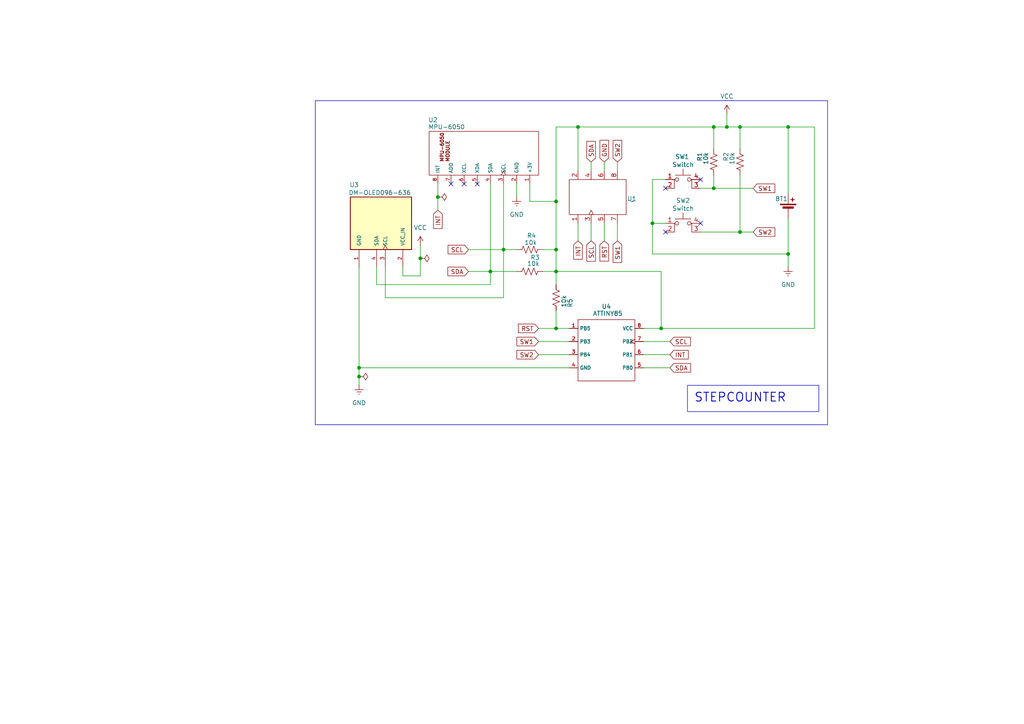
<source format=kicad_sch>
(kicad_sch
	(version 20231120)
	(generator "eeschema")
	(generator_version "8.0")
	(uuid "80d87d16-e1a5-4883-a140-39101cce6f8a")
	(paper "A4")
	(lib_symbols
		(symbol "ATTINY85:ATTINY85-DIP8"
			(exclude_from_sim no)
			(in_bom yes)
			(on_board yes)
			(property "Reference" "U"
				(at 0 0 0)
				(effects
					(font
						(size 1.27 1.27)
					)
				)
			)
			(property "Value" ""
				(at 0 0 0)
				(effects
					(font
						(size 1.27 1.27)
					)
				)
			)
			(property "Footprint" ""
				(at 0 0 0)
				(effects
					(font
						(size 1.27 1.27)
					)
					(hide yes)
				)
			)
			(property "Datasheet" ""
				(at 0 0 0)
				(effects
					(font
						(size 1.27 1.27)
					)
					(hide yes)
				)
			)
			(property "Description" ""
				(at 0 0 0)
				(effects
					(font
						(size 1.27 1.27)
					)
					(hide yes)
				)
			)
			(symbol "ATTINY85-DIP8_0_1"
				(rectangle
					(start -50.8 38.1)
					(end -34.29 20.32)
					(stroke
						(width 0)
						(type default)
					)
					(fill
						(type none)
					)
				)
			)
			(symbol "ATTINY85-DIP8_1_1"
				(pin input line
					(at -53.34 35.56 0)
					(length 2.54)
					(name "PB5"
						(effects
							(font
								(size 1.016 1.016)
							)
						)
					)
					(number "1"
						(effects
							(font
								(size 1.016 1.016)
							)
						)
					)
				)
				(pin input line
					(at -53.34 31.75 0)
					(length 2.54)
					(name "PB3"
						(effects
							(font
								(size 1.016 1.016)
							)
						)
					)
					(number "2"
						(effects
							(font
								(size 1.016 1.016)
							)
						)
					)
				)
				(pin input line
					(at -53.34 27.94 0)
					(length 2.54)
					(name "PB4"
						(effects
							(font
								(size 1.016 1.016)
							)
						)
					)
					(number "3"
						(effects
							(font
								(size 1.016 1.016)
							)
						)
					)
				)
				(pin input line
					(at -53.34 24.13 0)
					(length 2.54)
					(name "GND"
						(effects
							(font
								(size 1.016 1.016)
							)
						)
					)
					(number "4"
						(effects
							(font
								(size 1.016 1.016)
							)
						)
					)
				)
				(pin input line
					(at -31.75 24.13 180)
					(length 2.54)
					(name "PB0"
						(effects
							(font
								(size 1.016 1.016)
							)
						)
					)
					(number "5"
						(effects
							(font
								(size 1.016 1.016)
							)
						)
					)
				)
				(pin input line
					(at -31.75 27.94 180)
					(length 2.54)
					(name "PB1"
						(effects
							(font
								(size 1.016 1.016)
							)
						)
					)
					(number "6"
						(effects
							(font
								(size 1.016 1.016)
							)
						)
					)
				)
				(pin input clock
					(at -31.75 31.75 180)
					(length 2.54)
					(name "PB2"
						(effects
							(font
								(size 1.016 1.016)
							)
						)
					)
					(number "7"
						(effects
							(font
								(size 1.016 1.016)
							)
						)
					)
				)
				(pin input line
					(at -31.75 35.56 180)
					(length 2.54)
					(name "VCC"
						(effects
							(font
								(size 1.016 1.016)
							)
						)
					)
					(number "8"
						(effects
							(font
								(size 1.016 1.016)
							)
						)
					)
				)
			)
		)
		(symbol "Device:Battery_Cell"
			(pin_numbers hide)
			(pin_names
				(offset 0) hide)
			(exclude_from_sim no)
			(in_bom yes)
			(on_board yes)
			(property "Reference" "BT"
				(at 2.54 2.54 0)
				(effects
					(font
						(size 1.27 1.27)
					)
					(justify left)
				)
			)
			(property "Value" "Battery_Cell"
				(at 2.54 0 0)
				(effects
					(font
						(size 1.27 1.27)
					)
					(justify left)
				)
			)
			(property "Footprint" ""
				(at 0 1.524 90)
				(effects
					(font
						(size 1.27 1.27)
					)
					(hide yes)
				)
			)
			(property "Datasheet" "~"
				(at 0 1.524 90)
				(effects
					(font
						(size 1.27 1.27)
					)
					(hide yes)
				)
			)
			(property "Description" "Single-cell battery"
				(at 0 0 0)
				(effects
					(font
						(size 1.27 1.27)
					)
					(hide yes)
				)
			)
			(property "ki_keywords" "battery cell"
				(at 0 0 0)
				(effects
					(font
						(size 1.27 1.27)
					)
					(hide yes)
				)
			)
			(symbol "Battery_Cell_0_1"
				(rectangle
					(start -2.286 1.778)
					(end 2.286 1.524)
					(stroke
						(width 0)
						(type default)
					)
					(fill
						(type outline)
					)
				)
				(rectangle
					(start -1.524 1.016)
					(end 1.524 0.508)
					(stroke
						(width 0)
						(type default)
					)
					(fill
						(type outline)
					)
				)
				(polyline
					(pts
						(xy 0 0.762) (xy 0 0)
					)
					(stroke
						(width 0)
						(type default)
					)
					(fill
						(type none)
					)
				)
				(polyline
					(pts
						(xy 0 1.778) (xy 0 2.54)
					)
					(stroke
						(width 0)
						(type default)
					)
					(fill
						(type none)
					)
				)
				(polyline
					(pts
						(xy 0.762 3.048) (xy 1.778 3.048)
					)
					(stroke
						(width 0.254)
						(type default)
					)
					(fill
						(type none)
					)
				)
				(polyline
					(pts
						(xy 1.27 3.556) (xy 1.27 2.54)
					)
					(stroke
						(width 0.254)
						(type default)
					)
					(fill
						(type none)
					)
				)
			)
			(symbol "Battery_Cell_1_1"
				(pin passive line
					(at 0 5.08 270)
					(length 2.54)
					(name "+"
						(effects
							(font
								(size 1.27 1.27)
							)
						)
					)
					(number "1"
						(effects
							(font
								(size 1.27 1.27)
							)
						)
					)
				)
				(pin passive line
					(at 0 -2.54 90)
					(length 2.54)
					(name "-"
						(effects
							(font
								(size 1.27 1.27)
							)
						)
					)
					(number "2"
						(effects
							(font
								(size 1.27 1.27)
							)
						)
					)
				)
			)
		)
		(symbol "Device:R_US"
			(pin_numbers hide)
			(pin_names
				(offset 0)
			)
			(exclude_from_sim no)
			(in_bom yes)
			(on_board yes)
			(property "Reference" "R"
				(at 2.54 0 90)
				(effects
					(font
						(size 1.27 1.27)
					)
				)
			)
			(property "Value" "R_US"
				(at -2.54 0 90)
				(effects
					(font
						(size 1.27 1.27)
					)
				)
			)
			(property "Footprint" ""
				(at 1.016 -0.254 90)
				(effects
					(font
						(size 1.27 1.27)
					)
					(hide yes)
				)
			)
			(property "Datasheet" "~"
				(at 0 0 0)
				(effects
					(font
						(size 1.27 1.27)
					)
					(hide yes)
				)
			)
			(property "Description" "Resistor, US symbol"
				(at 0 0 0)
				(effects
					(font
						(size 1.27 1.27)
					)
					(hide yes)
				)
			)
			(property "ki_keywords" "R res resistor"
				(at 0 0 0)
				(effects
					(font
						(size 1.27 1.27)
					)
					(hide yes)
				)
			)
			(property "ki_fp_filters" "R_*"
				(at 0 0 0)
				(effects
					(font
						(size 1.27 1.27)
					)
					(hide yes)
				)
			)
			(symbol "R_US_0_1"
				(polyline
					(pts
						(xy 0 -2.286) (xy 0 -2.54)
					)
					(stroke
						(width 0)
						(type default)
					)
					(fill
						(type none)
					)
				)
				(polyline
					(pts
						(xy 0 2.286) (xy 0 2.54)
					)
					(stroke
						(width 0)
						(type default)
					)
					(fill
						(type none)
					)
				)
				(polyline
					(pts
						(xy 0 -0.762) (xy 1.016 -1.143) (xy 0 -1.524) (xy -1.016 -1.905) (xy 0 -2.286)
					)
					(stroke
						(width 0)
						(type default)
					)
					(fill
						(type none)
					)
				)
				(polyline
					(pts
						(xy 0 0.762) (xy 1.016 0.381) (xy 0 0) (xy -1.016 -0.381) (xy 0 -0.762)
					)
					(stroke
						(width 0)
						(type default)
					)
					(fill
						(type none)
					)
				)
				(polyline
					(pts
						(xy 0 2.286) (xy 1.016 1.905) (xy 0 1.524) (xy -1.016 1.143) (xy 0 0.762)
					)
					(stroke
						(width 0)
						(type default)
					)
					(fill
						(type none)
					)
				)
			)
			(symbol "R_US_1_1"
				(pin passive line
					(at 0 3.81 270)
					(length 1.27)
					(name "~"
						(effects
							(font
								(size 1.27 1.27)
							)
						)
					)
					(number "1"
						(effects
							(font
								(size 1.27 1.27)
							)
						)
					)
				)
				(pin passive line
					(at 0 -3.81 90)
					(length 1.27)
					(name "~"
						(effects
							(font
								(size 1.27 1.27)
							)
						)
					)
					(number "2"
						(effects
							(font
								(size 1.27 1.27)
							)
						)
					)
				)
			)
		)
		(symbol "OLED_DISPLAY:DM-OLED096-636"
			(pin_names
				(offset 1.016)
			)
			(exclude_from_sim no)
			(in_bom yes)
			(on_board yes)
			(property "Reference" "U"
				(at -7.62 10.922 0)
				(effects
					(font
						(size 1.27 1.27)
					)
					(justify left bottom)
				)
			)
			(property "Value" "DM-OLED096-636"
				(at -7.62 -10.16 0)
				(effects
					(font
						(size 1.27 1.27)
					)
					(justify left bottom)
				)
			)
			(property "Footprint" "DM-OLED096-636:MODULE_DM-OLED096-636"
				(at 0 0 0)
				(effects
					(font
						(size 1.27 1.27)
					)
					(justify bottom)
					(hide yes)
				)
			)
			(property "Datasheet" ""
				(at 0 0 0)
				(effects
					(font
						(size 1.27 1.27)
					)
					(hide yes)
				)
			)
			(property "Description" ""
				(at 0 0 0)
				(effects
					(font
						(size 1.27 1.27)
					)
					(hide yes)
				)
			)
			(property "MF" "Display Module"
				(at 0 0 0)
				(effects
					(font
						(size 1.27 1.27)
					)
					(justify bottom)
					(hide yes)
				)
			)
			(property "MAXIMUM_PACKAGE_HEIGHT" "11.3 mm"
				(at 0 0 0)
				(effects
					(font
						(size 1.27 1.27)
					)
					(justify bottom)
					(hide yes)
				)
			)
			(property "Package" "Package"
				(at 0 0 0)
				(effects
					(font
						(size 1.27 1.27)
					)
					(justify bottom)
					(hide yes)
				)
			)
			(property "Price" "None"
				(at 0 0 0)
				(effects
					(font
						(size 1.27 1.27)
					)
					(justify bottom)
					(hide yes)
				)
			)
			(property "Check_prices" "https://www.snapeda.com/parts/DM-OLED096-636/Display+Module/view-part/?ref=eda"
				(at 0 0 0)
				(effects
					(font
						(size 1.27 1.27)
					)
					(justify bottom)
					(hide yes)
				)
			)
			(property "STANDARD" "Manufacturer Recommendations"
				(at 0 0 0)
				(effects
					(font
						(size 1.27 1.27)
					)
					(justify bottom)
					(hide yes)
				)
			)
			(property "PARTREV" "2018-09-10"
				(at 0 0 0)
				(effects
					(font
						(size 1.27 1.27)
					)
					(justify bottom)
					(hide yes)
				)
			)
			(property "SnapEDA_Link" "https://www.snapeda.com/parts/DM-OLED096-636/Display+Module/view-part/?ref=snap"
				(at 0 0 0)
				(effects
					(font
						(size 1.27 1.27)
					)
					(justify bottom)
					(hide yes)
				)
			)
			(property "MP" "DM-OLED096-636"
				(at 0 0 0)
				(effects
					(font
						(size 1.27 1.27)
					)
					(justify bottom)
					(hide yes)
				)
			)
			(property "Description_1" "\n0.96” 128 X 64 MONOCHROME GRAPHIC OLED DISPLAY MODULE - I2C\n"
				(at 0 0 0)
				(effects
					(font
						(size 1.27 1.27)
					)
					(justify bottom)
					(hide yes)
				)
			)
			(property "Availability" "Not in stock"
				(at 0 0 0)
				(effects
					(font
						(size 1.27 1.27)
					)
					(justify bottom)
					(hide yes)
				)
			)
			(property "MANUFACTURER" "Displaymodule"
				(at 0 0 0)
				(effects
					(font
						(size 1.27 1.27)
					)
					(justify bottom)
					(hide yes)
				)
			)
			(symbol "DM-OLED096-636_0_0"
				(rectangle
					(start -7.62 -7.62)
					(end 7.62 10.16)
					(stroke
						(width 0.254)
						(type default)
					)
					(fill
						(type background)
					)
				)
				(pin power_in line
					(at 12.7 -5.08 180)
					(length 5.08)
					(name "GND"
						(effects
							(font
								(size 1.016 1.016)
							)
						)
					)
					(number "1"
						(effects
							(font
								(size 1.016 1.016)
							)
						)
					)
				)
				(pin power_in line
					(at 12.7 7.62 180)
					(length 5.08)
					(name "VCC_IN"
						(effects
							(font
								(size 1.016 1.016)
							)
						)
					)
					(number "2"
						(effects
							(font
								(size 1.016 1.016)
							)
						)
					)
				)
				(pin input clock
					(at 12.7 2.54 180)
					(length 5.08)
					(name "SCL"
						(effects
							(font
								(size 1.016 1.016)
							)
						)
					)
					(number "3"
						(effects
							(font
								(size 1.016 1.016)
							)
						)
					)
				)
				(pin bidirectional line
					(at 12.7 0 180)
					(length 5.08)
					(name "SDA"
						(effects
							(font
								(size 1.016 1.016)
							)
						)
					)
					(number "4"
						(effects
							(font
								(size 1.016 1.016)
							)
						)
					)
				)
			)
		)
		(symbol "PROJECT_MPU-6050:PROJECT_MPU-6050"
			(exclude_from_sim no)
			(in_bom yes)
			(on_board yes)
			(property "Reference" "U"
				(at 0 0 0)
				(effects
					(font
						(size 1.27 1.27)
					)
				)
			)
			(property "Value" ""
				(at 0 0 0)
				(effects
					(font
						(size 1.27 1.27)
					)
				)
			)
			(property "Footprint" ""
				(at 0 0 0)
				(effects
					(font
						(size 1.27 1.27)
					)
					(hide yes)
				)
			)
			(property "Datasheet" ""
				(at 0 0 0)
				(effects
					(font
						(size 1.27 1.27)
					)
					(hide yes)
				)
			)
			(property "Description" ""
				(at 0 0 0)
				(effects
					(font
						(size 1.27 1.27)
					)
					(hide yes)
				)
			)
			(symbol "PROJECT_MPU-6050_0_1"
				(rectangle
					(start 12.7 39.37)
					(end 25.4 7.62)
					(stroke
						(width 0)
						(type default)
					)
					(fill
						(type none)
					)
				)
			)
			(symbol "PROJECT_MPU-6050_1_1"
				(text "MPU-6050\nMODULE"
					(at 16.51 34.798 0)
					(effects
						(font
							(size 1.016 1.016)
							(bold yes)
						)
						(justify left)
					)
				)
				(pin input line
					(at 10.16 10.16 0)
					(length 2.54)
					(name "+3V"
						(effects
							(font
								(size 1.016 1.016)
							)
						)
					)
					(number "1"
						(effects
							(font
								(size 1.016 1.016)
							)
						)
					)
				)
				(pin input line
					(at 10.16 13.97 0)
					(length 2.54)
					(name "GND"
						(effects
							(font
								(size 1.016 1.016)
							)
						)
					)
					(number "2"
						(effects
							(font
								(size 1.016 1.016)
							)
						)
					)
				)
				(pin input clock
					(at 10.16 17.78 0)
					(length 2.54)
					(name "SCL"
						(effects
							(font
								(size 1.016 1.016)
							)
						)
					)
					(number "3"
						(effects
							(font
								(size 1.016 1.016)
							)
						)
					)
				)
				(pin input line
					(at 10.16 21.59 0)
					(length 2.54)
					(name "SDA"
						(effects
							(font
								(size 1.016 1.016)
							)
						)
					)
					(number "4"
						(effects
							(font
								(size 1.016 1.016)
							)
						)
					)
				)
				(pin input line
					(at 10.16 25.4 0)
					(length 2.54)
					(name "XDA"
						(effects
							(font
								(size 1.016 1.016)
							)
						)
					)
					(number "5"
						(effects
							(font
								(size 1.016 1.016)
							)
						)
					)
				)
				(pin input line
					(at 10.16 29.21 0)
					(length 2.54)
					(name "XCL"
						(effects
							(font
								(size 1.016 1.016)
							)
						)
					)
					(number "6"
						(effects
							(font
								(size 1.016 1.016)
							)
						)
					)
				)
				(pin input line
					(at 10.16 33.02 0)
					(length 2.54)
					(name "ADO"
						(effects
							(font
								(size 1.016 1.016)
							)
						)
					)
					(number "7"
						(effects
							(font
								(size 1.016 1.016)
							)
						)
					)
				)
				(pin input line
					(at 10.16 36.83 0)
					(length 2.54)
					(name "INT"
						(effects
							(font
								(size 1.016 1.016)
							)
						)
					)
					(number "8"
						(effects
							(font
								(size 1.016 1.016)
							)
						)
					)
				)
			)
		)
		(symbol "Project_Header:Header"
			(exclude_from_sim no)
			(in_bom yes)
			(on_board yes)
			(property "Reference" "U"
				(at 0 0 0)
				(effects
					(font
						(size 1.27 1.27)
					)
				)
			)
			(property "Value" ""
				(at 0 0 0)
				(effects
					(font
						(size 1.27 1.27)
					)
				)
			)
			(property "Footprint" ""
				(at 0 0 0)
				(effects
					(font
						(size 1.27 1.27)
					)
					(hide yes)
				)
			)
			(property "Datasheet" ""
				(at 0 0 0)
				(effects
					(font
						(size 1.27 1.27)
					)
					(hide yes)
				)
			)
			(property "Description" ""
				(at 0 0 0)
				(effects
					(font
						(size 1.27 1.27)
					)
					(hide yes)
				)
			)
			(symbol "Header_0_1"
				(rectangle
					(start -38.1 38.1)
					(end -27.94 21.59)
					(stroke
						(width 0)
						(type default)
					)
					(fill
						(type none)
					)
				)
			)
			(symbol "Header_1_1"
				(pin input line
					(at -40.64 35.56 0)
					(length 2.54)
					(name ""
						(effects
							(font
								(size 1.27 1.27)
							)
						)
					)
					(number "1"
						(effects
							(font
								(size 1.27 1.27)
							)
						)
					)
				)
				(pin input line
					(at -25.4 35.56 180)
					(length 2.54)
					(name ""
						(effects
							(font
								(size 1.27 1.27)
							)
						)
					)
					(number "2"
						(effects
							(font
								(size 1.27 1.27)
							)
						)
					)
				)
				(pin input clock
					(at -40.64 31.75 0)
					(length 2.54)
					(name ""
						(effects
							(font
								(size 1.27 1.27)
							)
						)
					)
					(number "3"
						(effects
							(font
								(size 1.27 1.27)
							)
						)
					)
				)
				(pin input line
					(at -25.4 31.75 180)
					(length 2.54)
					(name ""
						(effects
							(font
								(size 1.27 1.27)
							)
						)
					)
					(number "4"
						(effects
							(font
								(size 1.27 1.27)
							)
						)
					)
				)
				(pin input line
					(at -40.64 27.94 0)
					(length 2.54)
					(name ""
						(effects
							(font
								(size 1.27 1.27)
							)
						)
					)
					(number "5"
						(effects
							(font
								(size 1.27 1.27)
							)
						)
					)
				)
				(pin input line
					(at -25.4 27.94 180)
					(length 2.54)
					(name ""
						(effects
							(font
								(size 1.27 1.27)
							)
						)
					)
					(number "6"
						(effects
							(font
								(size 1.27 1.27)
							)
						)
					)
				)
				(pin input line
					(at -40.64 24.13 0)
					(length 2.54)
					(name ""
						(effects
							(font
								(size 1.27 1.27)
							)
						)
					)
					(number "7"
						(effects
							(font
								(size 1.27 1.27)
							)
						)
					)
				)
				(pin input line
					(at -25.4 24.13 180)
					(length 2.54)
					(name ""
						(effects
							(font
								(size 1.27 1.27)
							)
						)
					)
					(number "8"
						(effects
							(font
								(size 1.27 1.27)
							)
						)
					)
				)
			)
		)
		(symbol "Switch:SW_MEC_5E"
			(pin_names
				(offset 1.016) hide)
			(exclude_from_sim no)
			(in_bom yes)
			(on_board yes)
			(property "Reference" "SW"
				(at 0.635 5.715 0)
				(effects
					(font
						(size 1.27 1.27)
					)
					(justify left)
				)
			)
			(property "Value" "SW_MEC_5E"
				(at 0 -3.175 0)
				(effects
					(font
						(size 1.27 1.27)
					)
				)
			)
			(property "Footprint" ""
				(at 0 7.62 0)
				(effects
					(font
						(size 1.27 1.27)
					)
					(hide yes)
				)
			)
			(property "Datasheet" "http://www.apem.com/int/index.php?controller=attachment&id_attachment=1371"
				(at 0 7.62 0)
				(effects
					(font
						(size 1.27 1.27)
					)
					(hide yes)
				)
			)
			(property "Description" "MEC 5E single pole normally-open tactile switch"
				(at 0 0 0)
				(effects
					(font
						(size 1.27 1.27)
					)
					(hide yes)
				)
			)
			(property "ki_keywords" "switch normally-open pushbutton push-button"
				(at 0 0 0)
				(effects
					(font
						(size 1.27 1.27)
					)
					(hide yes)
				)
			)
			(property "ki_fp_filters" "SW*MEC*5G*"
				(at 0 0 0)
				(effects
					(font
						(size 1.27 1.27)
					)
					(hide yes)
				)
			)
			(symbol "SW_MEC_5E_0_1"
				(circle
					(center -1.778 2.54)
					(radius 0.508)
					(stroke
						(width 0)
						(type default)
					)
					(fill
						(type none)
					)
				)
				(polyline
					(pts
						(xy -2.286 3.81) (xy 2.286 3.81)
					)
					(stroke
						(width 0)
						(type default)
					)
					(fill
						(type none)
					)
				)
				(polyline
					(pts
						(xy 0 3.81) (xy 0 5.588)
					)
					(stroke
						(width 0)
						(type default)
					)
					(fill
						(type none)
					)
				)
				(polyline
					(pts
						(xy -2.54 0) (xy -2.54 2.54) (xy -2.286 2.54)
					)
					(stroke
						(width 0)
						(type default)
					)
					(fill
						(type none)
					)
				)
				(polyline
					(pts
						(xy 2.54 0) (xy 2.54 2.54) (xy 2.286 2.54)
					)
					(stroke
						(width 0)
						(type default)
					)
					(fill
						(type none)
					)
				)
				(circle
					(center 1.778 2.54)
					(radius 0.508)
					(stroke
						(width 0)
						(type default)
					)
					(fill
						(type none)
					)
				)
				(pin passive line
					(at -5.08 2.54 0)
					(length 2.54)
					(name "1"
						(effects
							(font
								(size 1.27 1.27)
							)
						)
					)
					(number "1"
						(effects
							(font
								(size 1.27 1.27)
							)
						)
					)
				)
				(pin passive line
					(at -5.08 0 0)
					(length 2.54)
					(name "2"
						(effects
							(font
								(size 1.27 1.27)
							)
						)
					)
					(number "2"
						(effects
							(font
								(size 1.27 1.27)
							)
						)
					)
				)
				(pin passive line
					(at 5.08 0 180)
					(length 2.54)
					(name "K"
						(effects
							(font
								(size 1.27 1.27)
							)
						)
					)
					(number "3"
						(effects
							(font
								(size 1.27 1.27)
							)
						)
					)
				)
				(pin passive line
					(at 5.08 2.54 180)
					(length 2.54)
					(name "A"
						(effects
							(font
								(size 1.27 1.27)
							)
						)
					)
					(number "4"
						(effects
							(font
								(size 1.27 1.27)
							)
						)
					)
				)
			)
		)
		(symbol "power:Earth"
			(power)
			(pin_numbers hide)
			(pin_names
				(offset 0) hide)
			(exclude_from_sim no)
			(in_bom yes)
			(on_board yes)
			(property "Reference" "#PWR"
				(at 0 -6.35 0)
				(effects
					(font
						(size 1.27 1.27)
					)
					(hide yes)
				)
			)
			(property "Value" "Earth"
				(at 0 -3.81 0)
				(effects
					(font
						(size 1.27 1.27)
					)
				)
			)
			(property "Footprint" ""
				(at 0 0 0)
				(effects
					(font
						(size 1.27 1.27)
					)
					(hide yes)
				)
			)
			(property "Datasheet" "~"
				(at 0 0 0)
				(effects
					(font
						(size 1.27 1.27)
					)
					(hide yes)
				)
			)
			(property "Description" "Power symbol creates a global label with name \"Earth\""
				(at 0 0 0)
				(effects
					(font
						(size 1.27 1.27)
					)
					(hide yes)
				)
			)
			(property "ki_keywords" "global ground gnd"
				(at 0 0 0)
				(effects
					(font
						(size 1.27 1.27)
					)
					(hide yes)
				)
			)
			(symbol "Earth_0_1"
				(polyline
					(pts
						(xy -0.635 -1.905) (xy 0.635 -1.905)
					)
					(stroke
						(width 0)
						(type default)
					)
					(fill
						(type none)
					)
				)
				(polyline
					(pts
						(xy -0.127 -2.54) (xy 0.127 -2.54)
					)
					(stroke
						(width 0)
						(type default)
					)
					(fill
						(type none)
					)
				)
				(polyline
					(pts
						(xy 0 -1.27) (xy 0 0)
					)
					(stroke
						(width 0)
						(type default)
					)
					(fill
						(type none)
					)
				)
				(polyline
					(pts
						(xy 1.27 -1.27) (xy -1.27 -1.27)
					)
					(stroke
						(width 0)
						(type default)
					)
					(fill
						(type none)
					)
				)
			)
			(symbol "Earth_1_1"
				(pin power_in line
					(at 0 0 270)
					(length 0)
					(name "~"
						(effects
							(font
								(size 1.27 1.27)
							)
						)
					)
					(number "1"
						(effects
							(font
								(size 1.27 1.27)
							)
						)
					)
				)
			)
		)
		(symbol "power:PWR_FLAG"
			(power)
			(pin_numbers hide)
			(pin_names
				(offset 0) hide)
			(exclude_from_sim no)
			(in_bom yes)
			(on_board yes)
			(property "Reference" "#FLG"
				(at 0 1.905 0)
				(effects
					(font
						(size 1.27 1.27)
					)
					(hide yes)
				)
			)
			(property "Value" "PWR_FLAG"
				(at 0 3.81 0)
				(effects
					(font
						(size 1.27 1.27)
					)
				)
			)
			(property "Footprint" ""
				(at 0 0 0)
				(effects
					(font
						(size 1.27 1.27)
					)
					(hide yes)
				)
			)
			(property "Datasheet" "~"
				(at 0 0 0)
				(effects
					(font
						(size 1.27 1.27)
					)
					(hide yes)
				)
			)
			(property "Description" "Special symbol for telling ERC where power comes from"
				(at 0 0 0)
				(effects
					(font
						(size 1.27 1.27)
					)
					(hide yes)
				)
			)
			(property "ki_keywords" "flag power"
				(at 0 0 0)
				(effects
					(font
						(size 1.27 1.27)
					)
					(hide yes)
				)
			)
			(symbol "PWR_FLAG_0_0"
				(pin power_out line
					(at 0 0 90)
					(length 0)
					(name "~"
						(effects
							(font
								(size 1.27 1.27)
							)
						)
					)
					(number "1"
						(effects
							(font
								(size 1.27 1.27)
							)
						)
					)
				)
			)
			(symbol "PWR_FLAG_0_1"
				(polyline
					(pts
						(xy 0 0) (xy 0 1.27) (xy -1.016 1.905) (xy 0 2.54) (xy 1.016 1.905) (xy 0 1.27)
					)
					(stroke
						(width 0)
						(type default)
					)
					(fill
						(type none)
					)
				)
			)
		)
		(symbol "power:VCC"
			(power)
			(pin_numbers hide)
			(pin_names
				(offset 0) hide)
			(exclude_from_sim no)
			(in_bom yes)
			(on_board yes)
			(property "Reference" "#PWR"
				(at 0 -3.81 0)
				(effects
					(font
						(size 1.27 1.27)
					)
					(hide yes)
				)
			)
			(property "Value" "VCC"
				(at 0 3.556 0)
				(effects
					(font
						(size 1.27 1.27)
					)
				)
			)
			(property "Footprint" ""
				(at 0 0 0)
				(effects
					(font
						(size 1.27 1.27)
					)
					(hide yes)
				)
			)
			(property "Datasheet" ""
				(at 0 0 0)
				(effects
					(font
						(size 1.27 1.27)
					)
					(hide yes)
				)
			)
			(property "Description" "Power symbol creates a global label with name \"VCC\""
				(at 0 0 0)
				(effects
					(font
						(size 1.27 1.27)
					)
					(hide yes)
				)
			)
			(property "ki_keywords" "global power"
				(at 0 0 0)
				(effects
					(font
						(size 1.27 1.27)
					)
					(hide yes)
				)
			)
			(symbol "VCC_0_1"
				(polyline
					(pts
						(xy -0.762 1.27) (xy 0 2.54)
					)
					(stroke
						(width 0)
						(type default)
					)
					(fill
						(type none)
					)
				)
				(polyline
					(pts
						(xy 0 0) (xy 0 2.54)
					)
					(stroke
						(width 0)
						(type default)
					)
					(fill
						(type none)
					)
				)
				(polyline
					(pts
						(xy 0 2.54) (xy 0.762 1.27)
					)
					(stroke
						(width 0)
						(type default)
					)
					(fill
						(type none)
					)
				)
			)
			(symbol "VCC_1_1"
				(pin power_in line
					(at 0 0 90)
					(length 0)
					(name "~"
						(effects
							(font
								(size 1.27 1.27)
							)
						)
					)
					(number "1"
						(effects
							(font
								(size 1.27 1.27)
							)
						)
					)
				)
			)
		)
	)
	(junction
		(at 121.92 74.93)
		(diameter 0)
		(color 0 0 0 0)
		(uuid "035a07b5-1bf7-4a27-a3e8-abf48c4d1d1d")
	)
	(junction
		(at 127 57.15)
		(diameter 0)
		(color 0 0 0 0)
		(uuid "0b2ed3b3-16ae-4f34-9052-a178144b1189")
	)
	(junction
		(at 167.64 36.83)
		(diameter 0)
		(color 0 0 0 0)
		(uuid "0e127bdf-ec69-4b90-a11d-ccd315c169af")
	)
	(junction
		(at 207.01 54.61)
		(diameter 0)
		(color 0 0 0 0)
		(uuid "12965f57-3b2f-41fc-9fa0-0e5c4d647249")
	)
	(junction
		(at 207.01 36.83)
		(diameter 0)
		(color 0 0 0 0)
		(uuid "195e6a11-ae61-4399-a597-e8f7d506312f")
	)
	(junction
		(at 189.23 64.77)
		(diameter 0)
		(color 0 0 0 0)
		(uuid "241107de-e886-4158-9e15-b1fa72cc3d44")
	)
	(junction
		(at 142.24 78.74)
		(diameter 0)
		(color 0 0 0 0)
		(uuid "25b4e7c1-14e2-4f9a-b7cb-34b8d5baf3d0")
	)
	(junction
		(at 210.82 36.83)
		(diameter 0)
		(color 0 0 0 0)
		(uuid "3cb7e4de-72f1-48c9-9823-eb8a36971b08")
	)
	(junction
		(at 228.6 36.83)
		(diameter 0)
		(color 0 0 0 0)
		(uuid "4368a3d2-459c-4061-97d9-1eedd4a5688f")
	)
	(junction
		(at 214.63 67.31)
		(diameter 0)
		(color 0 0 0 0)
		(uuid "6b5262bb-dc81-44f8-9a6d-47134eef9b5b")
	)
	(junction
		(at 104.14 109.22)
		(diameter 0)
		(color 0 0 0 0)
		(uuid "6c0229ec-e6ed-46f9-a3a9-33f07ba5e8a4")
	)
	(junction
		(at 161.29 95.25)
		(diameter 0)
		(color 0 0 0 0)
		(uuid "6d696ef2-8e62-4707-8b3d-30d1929c765a")
	)
	(junction
		(at 161.29 78.74)
		(diameter 0)
		(color 0 0 0 0)
		(uuid "74c4ff28-a5fc-4d50-9df5-1d3c43e67ab3")
	)
	(junction
		(at 228.6 73.66)
		(diameter 0)
		(color 0 0 0 0)
		(uuid "967d7224-93d2-4036-90ba-548db2693a9e")
	)
	(junction
		(at 214.63 36.83)
		(diameter 0)
		(color 0 0 0 0)
		(uuid "995699b0-1d55-4f25-a68f-65fe6a167010")
	)
	(junction
		(at 161.29 58.42)
		(diameter 0)
		(color 0 0 0 0)
		(uuid "ab8f9d64-605d-41e3-aa96-9f15008b495b")
	)
	(junction
		(at 104.14 106.68)
		(diameter 0)
		(color 0 0 0 0)
		(uuid "ade9ed1d-8d10-4d26-9e23-6a633a2738aa")
	)
	(junction
		(at 191.77 95.25)
		(diameter 0)
		(color 0 0 0 0)
		(uuid "b1b5de82-1704-4caa-b328-4bcfe84e77de")
	)
	(junction
		(at 161.29 72.39)
		(diameter 0)
		(color 0 0 0 0)
		(uuid "ba829f9d-676f-4d15-86ed-d6400657f6fe")
	)
	(junction
		(at 146.05 72.39)
		(diameter 0)
		(color 0 0 0 0)
		(uuid "ee80de0b-885b-42a2-ba87-e4ff0990626d")
	)
	(no_connect
		(at 203.2 52.07)
		(uuid "194c3a3e-2175-406c-9c85-ade23addc36f")
	)
	(no_connect
		(at 138.43 53.34)
		(uuid "3ce6a598-aca0-4cd1-8ffa-49387b27ca0a")
	)
	(no_connect
		(at 203.2 64.77)
		(uuid "3f359735-e256-4535-9fec-db2617c1fa33")
	)
	(no_connect
		(at 134.62 53.34)
		(uuid "5da6c293-a26e-4efd-9ce2-e9495379f391")
	)
	(no_connect
		(at 193.04 54.61)
		(uuid "631bc3de-234f-46a1-9393-bfe53731cc80")
	)
	(no_connect
		(at 130.81 53.34)
		(uuid "7305b429-1ef3-436d-aa9f-dc54a288041d")
	)
	(no_connect
		(at 193.04 67.31)
		(uuid "80e87aa1-18f6-4798-aed7-5871ae77d7f0")
	)
	(wire
		(pts
			(xy 161.29 72.39) (xy 161.29 78.74)
		)
		(stroke
			(width 0)
			(type default)
		)
		(uuid "01874ed4-49c0-416d-a06e-ce226ef333c5")
	)
	(wire
		(pts
			(xy 127 53.34) (xy 127 57.15)
		)
		(stroke
			(width 0)
			(type default)
		)
		(uuid "01d56ddc-156d-4fd9-8e39-f8d7266dbe65")
	)
	(wire
		(pts
			(xy 179.07 64.77) (xy 179.07 69.85)
		)
		(stroke
			(width 0)
			(type default)
		)
		(uuid "03afa7b7-16d2-4656-90d2-af9723118de8")
	)
	(wire
		(pts
			(xy 207.01 36.83) (xy 207.01 43.18)
		)
		(stroke
			(width 0)
			(type default)
		)
		(uuid "04858f61-5d81-4839-a503-a72223a1f866")
	)
	(wire
		(pts
			(xy 146.05 72.39) (xy 146.05 86.36)
		)
		(stroke
			(width 0)
			(type default)
		)
		(uuid "08ea5509-d5b8-4586-85fe-a5969d7c2004")
	)
	(wire
		(pts
			(xy 207.01 36.83) (xy 210.82 36.83)
		)
		(stroke
			(width 0)
			(type default)
		)
		(uuid "0ce300ba-b95c-428e-949b-35436587d7ba")
	)
	(wire
		(pts
			(xy 161.29 95.25) (xy 165.1 95.25)
		)
		(stroke
			(width 0)
			(type default)
		)
		(uuid "0d7b0e31-db36-41f8-8283-1cd18895678a")
	)
	(wire
		(pts
			(xy 116.84 80.01) (xy 121.92 80.01)
		)
		(stroke
			(width 0)
			(type default)
		)
		(uuid "160e0f02-9fd4-4a06-91ce-09651ebc809b")
	)
	(wire
		(pts
			(xy 189.23 73.66) (xy 228.6 73.66)
		)
		(stroke
			(width 0)
			(type default)
		)
		(uuid "1d3a0f50-1f27-412a-b3bd-c888f00faddd")
	)
	(wire
		(pts
			(xy 175.26 64.77) (xy 175.26 69.85)
		)
		(stroke
			(width 0)
			(type default)
		)
		(uuid "212bb11d-412a-4b84-9817-7e9cda41cf6d")
	)
	(wire
		(pts
			(xy 214.63 36.83) (xy 214.63 43.18)
		)
		(stroke
			(width 0)
			(type default)
		)
		(uuid "21ee0808-172f-409a-a558-ad58a434f2cb")
	)
	(wire
		(pts
			(xy 121.92 80.01) (xy 121.92 74.93)
		)
		(stroke
			(width 0)
			(type default)
		)
		(uuid "2303e269-4bf8-4e4a-ba8c-b056c6cfd2f4")
	)
	(wire
		(pts
			(xy 161.29 78.74) (xy 161.29 82.55)
		)
		(stroke
			(width 0)
			(type default)
		)
		(uuid "2d1cc134-8fef-4e06-8688-9d3d5dd70bf4")
	)
	(wire
		(pts
			(xy 175.26 46.99) (xy 175.26 49.53)
		)
		(stroke
			(width 0)
			(type default)
		)
		(uuid "3865b821-e11a-4c8f-8c95-14381bdab109")
	)
	(wire
		(pts
			(xy 214.63 67.31) (xy 218.44 67.31)
		)
		(stroke
			(width 0)
			(type default)
		)
		(uuid "39128f7c-e9a9-428a-ac1c-07092aa1669c")
	)
	(wire
		(pts
			(xy 191.77 78.74) (xy 191.77 95.25)
		)
		(stroke
			(width 0)
			(type default)
		)
		(uuid "395dedad-7b48-481d-adbb-c08a511dc4d5")
	)
	(wire
		(pts
			(xy 146.05 86.36) (xy 111.76 86.36)
		)
		(stroke
			(width 0)
			(type default)
		)
		(uuid "3ef5fdf8-6bc4-4b99-a99e-c006fb418928")
	)
	(wire
		(pts
			(xy 228.6 36.83) (xy 236.22 36.83)
		)
		(stroke
			(width 0)
			(type default)
		)
		(uuid "41448682-1541-45cf-85d3-7670b4a2332c")
	)
	(wire
		(pts
			(xy 111.76 86.36) (xy 111.76 77.47)
		)
		(stroke
			(width 0)
			(type default)
		)
		(uuid "431332c8-5073-42d2-b34f-0cfca95aba4a")
	)
	(wire
		(pts
			(xy 153.67 53.34) (xy 153.67 58.42)
		)
		(stroke
			(width 0)
			(type default)
		)
		(uuid "47e1235b-cfa4-4b03-848f-06548fdd1ff6")
	)
	(wire
		(pts
			(xy 153.67 58.42) (xy 161.29 58.42)
		)
		(stroke
			(width 0)
			(type default)
		)
		(uuid "4b463fee-0dfd-4146-a87e-470ad7098650")
	)
	(wire
		(pts
			(xy 186.69 102.87) (xy 194.31 102.87)
		)
		(stroke
			(width 0)
			(type default)
		)
		(uuid "4fbb506b-3e87-4a1e-8cb8-ee8b3058b60b")
	)
	(wire
		(pts
			(xy 186.69 99.06) (xy 194.31 99.06)
		)
		(stroke
			(width 0)
			(type default)
		)
		(uuid "51c4c74d-b573-4893-a461-3bae320d30ee")
	)
	(wire
		(pts
			(xy 157.48 78.74) (xy 161.29 78.74)
		)
		(stroke
			(width 0)
			(type default)
		)
		(uuid "534ad6b2-00ad-4f81-959e-c515be679c69")
	)
	(wire
		(pts
			(xy 214.63 50.8) (xy 214.63 67.31)
		)
		(stroke
			(width 0)
			(type default)
		)
		(uuid "53ba9075-c72b-4485-ae37-c8b48ace57d1")
	)
	(wire
		(pts
			(xy 193.04 52.07) (xy 189.23 52.07)
		)
		(stroke
			(width 0)
			(type default)
		)
		(uuid "544d8407-e919-47b8-9d5b-ef54f1e8ac9e")
	)
	(wire
		(pts
			(xy 207.01 54.61) (xy 218.44 54.61)
		)
		(stroke
			(width 0)
			(type default)
		)
		(uuid "54c44e50-f6a1-45e0-84ff-db3a62345ae8")
	)
	(wire
		(pts
			(xy 121.92 74.93) (xy 121.92 71.12)
		)
		(stroke
			(width 0)
			(type default)
		)
		(uuid "5755b194-70a0-42bb-8c93-d087ce166f44")
	)
	(wire
		(pts
			(xy 203.2 67.31) (xy 214.63 67.31)
		)
		(stroke
			(width 0)
			(type default)
		)
		(uuid "6005a6aa-b358-41b7-b2b2-f0b5234e853d")
	)
	(wire
		(pts
			(xy 228.6 73.66) (xy 228.6 77.47)
		)
		(stroke
			(width 0)
			(type default)
		)
		(uuid "62fd3a92-b0e0-40cd-9ce9-1a3850c7203b")
	)
	(wire
		(pts
			(xy 161.29 72.39) (xy 161.29 58.42)
		)
		(stroke
			(width 0)
			(type default)
		)
		(uuid "67d6152c-5c32-40a6-8fc2-0e90ca9cd119")
	)
	(wire
		(pts
			(xy 104.14 109.22) (xy 104.14 111.76)
		)
		(stroke
			(width 0)
			(type default)
		)
		(uuid "682497d8-1800-4a72-9d32-53aac3fe7a20")
	)
	(wire
		(pts
			(xy 167.64 36.83) (xy 167.64 49.53)
		)
		(stroke
			(width 0)
			(type default)
		)
		(uuid "6cf1a15b-c8a5-4743-a11a-19c084561851")
	)
	(wire
		(pts
			(xy 142.24 82.55) (xy 109.22 82.55)
		)
		(stroke
			(width 0)
			(type default)
		)
		(uuid "6d9acf38-d718-452f-8393-e9e961cb605c")
	)
	(wire
		(pts
			(xy 157.48 72.39) (xy 161.29 72.39)
		)
		(stroke
			(width 0)
			(type default)
		)
		(uuid "6e23f029-2396-4e0e-a0f8-71ce7e1de9c7")
	)
	(wire
		(pts
			(xy 156.21 99.06) (xy 165.1 99.06)
		)
		(stroke
			(width 0)
			(type default)
		)
		(uuid "710600a5-68f4-4126-a791-40d339c61738")
	)
	(wire
		(pts
			(xy 236.22 36.83) (xy 236.22 95.25)
		)
		(stroke
			(width 0)
			(type default)
		)
		(uuid "726609d2-0602-4f54-b04b-4d72fcde7b2d")
	)
	(wire
		(pts
			(xy 146.05 53.34) (xy 146.05 72.39)
		)
		(stroke
			(width 0)
			(type default)
		)
		(uuid "72692735-e5e3-48d6-b610-0ad56df4c391")
	)
	(wire
		(pts
			(xy 189.23 64.77) (xy 193.04 64.77)
		)
		(stroke
			(width 0)
			(type default)
		)
		(uuid "73d691f8-1c9e-41f1-ada0-69536a01367f")
	)
	(wire
		(pts
			(xy 104.14 106.68) (xy 165.1 106.68)
		)
		(stroke
			(width 0)
			(type default)
		)
		(uuid "73e77fc5-b44a-47a9-89df-37dcc75c506c")
	)
	(wire
		(pts
			(xy 207.01 50.8) (xy 207.01 54.61)
		)
		(stroke
			(width 0)
			(type default)
		)
		(uuid "772b85da-242d-45ba-80df-0fc09399a987")
	)
	(wire
		(pts
			(xy 189.23 64.77) (xy 189.23 73.66)
		)
		(stroke
			(width 0)
			(type default)
		)
		(uuid "7bd6a18f-022b-48f7-9ae6-b53f87df5f9d")
	)
	(wire
		(pts
			(xy 228.6 36.83) (xy 228.6 55.88)
		)
		(stroke
			(width 0)
			(type default)
		)
		(uuid "911e7281-f472-4447-aba8-8957429b717a")
	)
	(wire
		(pts
			(xy 161.29 36.83) (xy 167.64 36.83)
		)
		(stroke
			(width 0)
			(type default)
		)
		(uuid "961f40dc-20d3-459f-89a1-03cda31bb475")
	)
	(wire
		(pts
			(xy 161.29 90.17) (xy 161.29 95.25)
		)
		(stroke
			(width 0)
			(type default)
		)
		(uuid "972b7355-2eb3-4401-aeea-5b32871d6b28")
	)
	(wire
		(pts
			(xy 191.77 95.25) (xy 186.69 95.25)
		)
		(stroke
			(width 0)
			(type default)
		)
		(uuid "98cd9d02-74af-44af-92e0-6cb9beb7f970")
	)
	(wire
		(pts
			(xy 135.89 78.74) (xy 142.24 78.74)
		)
		(stroke
			(width 0)
			(type default)
		)
		(uuid "9a0f7c68-7af2-47ce-9e65-e0a34d82d91a")
	)
	(wire
		(pts
			(xy 116.84 77.47) (xy 116.84 80.01)
		)
		(stroke
			(width 0)
			(type default)
		)
		(uuid "a1d8fd57-9c46-4f6e-a313-0d2705e0ec02")
	)
	(wire
		(pts
			(xy 104.14 106.68) (xy 104.14 109.22)
		)
		(stroke
			(width 0)
			(type default)
		)
		(uuid "a8257e72-b7ff-422f-afc8-56561d57e458")
	)
	(wire
		(pts
			(xy 142.24 78.74) (xy 142.24 82.55)
		)
		(stroke
			(width 0)
			(type default)
		)
		(uuid "abb61b28-2f6e-4d7c-b51c-9f5ddf029e5d")
	)
	(wire
		(pts
			(xy 214.63 36.83) (xy 228.6 36.83)
		)
		(stroke
			(width 0)
			(type default)
		)
		(uuid "adaae11c-fe0a-48e2-8ec8-b0e46c4e6c30")
	)
	(wire
		(pts
			(xy 210.82 36.83) (xy 214.63 36.83)
		)
		(stroke
			(width 0)
			(type default)
		)
		(uuid "b527aebe-a1c9-416c-99f3-f6f391513db6")
	)
	(wire
		(pts
			(xy 228.6 63.5) (xy 228.6 73.66)
		)
		(stroke
			(width 0)
			(type default)
		)
		(uuid "b64f72f3-ef1d-4bfa-bf56-541ed0fe79d9")
	)
	(wire
		(pts
			(xy 210.82 33.02) (xy 210.82 36.83)
		)
		(stroke
			(width 0)
			(type default)
		)
		(uuid "bb77f8d8-9fe1-4da9-8285-b37d87474773")
	)
	(wire
		(pts
			(xy 142.24 53.34) (xy 142.24 78.74)
		)
		(stroke
			(width 0)
			(type default)
		)
		(uuid "bb804033-d1f4-40c9-8336-ee941e5165de")
	)
	(wire
		(pts
			(xy 127 57.15) (xy 127 60.96)
		)
		(stroke
			(width 0)
			(type default)
		)
		(uuid "bc543991-71ba-45f5-b7d1-9ed19519c1ad")
	)
	(wire
		(pts
			(xy 167.64 36.83) (xy 207.01 36.83)
		)
		(stroke
			(width 0)
			(type default)
		)
		(uuid "c837a256-de99-4586-bb8c-595b46ac8508")
	)
	(wire
		(pts
			(xy 135.89 72.39) (xy 146.05 72.39)
		)
		(stroke
			(width 0)
			(type default)
		)
		(uuid "c8b754e0-9a76-46f0-9cfd-0276edba5842")
	)
	(wire
		(pts
			(xy 186.69 106.68) (xy 194.31 106.68)
		)
		(stroke
			(width 0)
			(type default)
		)
		(uuid "cdce6e3f-8d24-438f-8539-44d7de03ec24")
	)
	(wire
		(pts
			(xy 146.05 72.39) (xy 149.86 72.39)
		)
		(stroke
			(width 0)
			(type default)
		)
		(uuid "cffdb002-97c1-444b-80d8-e7c858b8817e")
	)
	(wire
		(pts
			(xy 167.64 64.77) (xy 167.64 69.85)
		)
		(stroke
			(width 0)
			(type default)
		)
		(uuid "d0ab5f89-8d3d-4d2f-9f91-ad91078c8e4b")
	)
	(wire
		(pts
			(xy 203.2 54.61) (xy 207.01 54.61)
		)
		(stroke
			(width 0)
			(type default)
		)
		(uuid "d0b874d5-671c-4854-b969-1beb7faffeff")
	)
	(wire
		(pts
			(xy 104.14 77.47) (xy 104.14 106.68)
		)
		(stroke
			(width 0)
			(type default)
		)
		(uuid "d0ddcfb0-aa15-4930-9691-17c6be6e1b90")
	)
	(wire
		(pts
			(xy 156.21 95.25) (xy 161.29 95.25)
		)
		(stroke
			(width 0)
			(type default)
		)
		(uuid "d0eb1721-3fa6-45f7-9544-f745b278eccc")
	)
	(wire
		(pts
			(xy 161.29 58.42) (xy 161.29 36.83)
		)
		(stroke
			(width 0)
			(type default)
		)
		(uuid "d2159e3a-9b3d-481d-a003-ffeb4d74de44")
	)
	(wire
		(pts
			(xy 156.21 102.87) (xy 165.1 102.87)
		)
		(stroke
			(width 0)
			(type default)
		)
		(uuid "d48707f6-b800-423d-a296-c4f2d9689b13")
	)
	(wire
		(pts
			(xy 236.22 95.25) (xy 191.77 95.25)
		)
		(stroke
			(width 0)
			(type default)
		)
		(uuid "d78f8ae8-28e2-4eb6-a51a-73ced650a350")
	)
	(wire
		(pts
			(xy 109.22 82.55) (xy 109.22 77.47)
		)
		(stroke
			(width 0)
			(type default)
		)
		(uuid "da926600-ea1e-47b3-8fa5-9ad3b904eceb")
	)
	(wire
		(pts
			(xy 142.24 78.74) (xy 149.86 78.74)
		)
		(stroke
			(width 0)
			(type default)
		)
		(uuid "e3344c71-64c5-4d42-a190-e1773417568f")
	)
	(wire
		(pts
			(xy 189.23 52.07) (xy 189.23 64.77)
		)
		(stroke
			(width 0)
			(type default)
		)
		(uuid "e6638350-5c0b-4e40-8f47-794b96032aa0")
	)
	(wire
		(pts
			(xy 149.86 53.34) (xy 149.86 57.15)
		)
		(stroke
			(width 0)
			(type default)
		)
		(uuid "e8e0d935-0b3c-4729-a497-006ba2dc9ae5")
	)
	(wire
		(pts
			(xy 171.45 64.77) (xy 171.45 69.85)
		)
		(stroke
			(width 0)
			(type default)
		)
		(uuid "ea239acb-6318-4431-8891-1bc2d2722663")
	)
	(wire
		(pts
			(xy 161.29 78.74) (xy 191.77 78.74)
		)
		(stroke
			(width 0)
			(type default)
		)
		(uuid "ec5f88bb-f73d-4bb1-b793-5f07c1491a1e")
	)
	(wire
		(pts
			(xy 179.07 46.99) (xy 179.07 49.53)
		)
		(stroke
			(width 0)
			(type default)
		)
		(uuid "f0e44b09-746b-46b8-b857-610c42f15771")
	)
	(wire
		(pts
			(xy 171.45 46.99) (xy 171.45 49.53)
		)
		(stroke
			(width 0)
			(type default)
		)
		(uuid "f0f91019-f54c-4ede-9b84-ef86446109f3")
	)
	(rectangle
		(start 91.44 29.21)
		(end 240.03 123.19)
		(stroke
			(width 0)
			(type default)
		)
		(fill
			(type none)
		)
		(uuid de8a8b2e-ff8d-4816-a94b-d42dee892162)
	)
	(text_box "STEPCOUNTER "
		(exclude_from_sim no)
		(at 199.39 111.76 0)
		(size 38.1 7.62)
		(stroke
			(width 0)
			(type default)
		)
		(fill
			(type none)
		)
		(effects
			(font
				(size 2.54 2.54)
				(thickness 0.254)
				(bold yes)
			)
			(justify left top)
		)
		(uuid "69e525bd-d1a6-4608-9d40-a1b12905d626")
	)
	(global_label "RST"
		(shape input)
		(at 156.21 95.25 180)
		(fields_autoplaced yes)
		(effects
			(font
				(size 1.27 1.27)
			)
			(justify right)
		)
		(uuid "1d2ed8c2-0dfe-4e22-8e3c-8e1447a678f9")
		(property "Intersheetrefs" "${INTERSHEET_REFS}"
			(at 149.7777 95.25 0)
			(effects
				(font
					(size 1.27 1.27)
				)
				(justify right)
				(hide yes)
			)
		)
	)
	(global_label "INT"
		(shape input)
		(at 194.31 102.87 0)
		(fields_autoplaced yes)
		(effects
			(font
				(size 1.27 1.27)
			)
			(justify left)
		)
		(uuid "232e5040-7c8c-4e3e-bb9b-309e4bac8daa")
		(property "Intersheetrefs" "${INTERSHEET_REFS}"
			(at 200.1981 102.87 0)
			(effects
				(font
					(size 1.27 1.27)
				)
				(justify left)
				(hide yes)
			)
		)
	)
	(global_label "SDA"
		(shape input)
		(at 194.31 106.68 0)
		(fields_autoplaced yes)
		(effects
			(font
				(size 1.27 1.27)
			)
			(justify left)
		)
		(uuid "26e95e4b-9458-437f-afb7-32e7fbcdda58")
		(property "Intersheetrefs" "${INTERSHEET_REFS}"
			(at 200.8633 106.68 0)
			(effects
				(font
					(size 1.27 1.27)
				)
				(justify left)
				(hide yes)
			)
		)
	)
	(global_label "SW2"
		(shape input)
		(at 179.07 46.99 90)
		(fields_autoplaced yes)
		(effects
			(font
				(size 1.27 1.27)
			)
			(justify left)
		)
		(uuid "33846208-c7a4-4690-a016-748c9ab09751")
		(property "Intersheetrefs" "${INTERSHEET_REFS}"
			(at 179.07 40.1344 90)
			(effects
				(font
					(size 1.27 1.27)
				)
				(justify left)
				(hide yes)
			)
		)
	)
	(global_label "SDA"
		(shape input)
		(at 171.45 46.99 90)
		(fields_autoplaced yes)
		(effects
			(font
				(size 1.27 1.27)
			)
			(justify left)
		)
		(uuid "5a1dee40-ff71-4919-b521-752d58aaab07")
		(property "Intersheetrefs" "${INTERSHEET_REFS}"
			(at 171.45 40.4367 90)
			(effects
				(font
					(size 1.27 1.27)
				)
				(justify left)
				(hide yes)
			)
		)
	)
	(global_label "SCL"
		(shape input)
		(at 171.45 69.85 270)
		(fields_autoplaced yes)
		(effects
			(font
				(size 1.27 1.27)
			)
			(justify right)
		)
		(uuid "630993c3-2252-4197-8157-498beb10f17b")
		(property "Intersheetrefs" "${INTERSHEET_REFS}"
			(at 171.45 76.3428 90)
			(effects
				(font
					(size 1.27 1.27)
				)
				(justify right)
				(hide yes)
			)
		)
	)
	(global_label "SW1"
		(shape input)
		(at 218.44 54.61 0)
		(fields_autoplaced yes)
		(effects
			(font
				(size 1.27 1.27)
			)
			(justify left)
		)
		(uuid "6f4c71fc-0525-444a-b245-98da4387b272")
		(property "Intersheetrefs" "${INTERSHEET_REFS}"
			(at 225.2956 54.61 0)
			(effects
				(font
					(size 1.27 1.27)
				)
				(justify left)
				(hide yes)
			)
		)
	)
	(global_label "INT"
		(shape input)
		(at 167.64 69.85 270)
		(fields_autoplaced yes)
		(effects
			(font
				(size 1.27 1.27)
			)
			(justify right)
		)
		(uuid "8c1acf88-3d5b-49a9-9a8e-fbb0fc172437")
		(property "Intersheetrefs" "${INTERSHEET_REFS}"
			(at 167.64 75.7381 90)
			(effects
				(font
					(size 1.27 1.27)
				)
				(justify right)
				(hide yes)
			)
		)
	)
	(global_label "RST"
		(shape input)
		(at 175.26 69.85 270)
		(fields_autoplaced yes)
		(effects
			(font
				(size 1.27 1.27)
			)
			(justify right)
		)
		(uuid "a03ec2b6-7026-4e7c-a5f9-26bcf1f0770b")
		(property "Intersheetrefs" "${INTERSHEET_REFS}"
			(at 175.26 76.2823 90)
			(effects
				(font
					(size 1.27 1.27)
				)
				(justify right)
				(hide yes)
			)
		)
	)
	(global_label "SCL"
		(shape input)
		(at 194.31 99.06 0)
		(fields_autoplaced yes)
		(effects
			(font
				(size 1.27 1.27)
			)
			(justify left)
		)
		(uuid "a1a0b2d7-3dae-4ee5-a326-046c126fff65")
		(property "Intersheetrefs" "${INTERSHEET_REFS}"
			(at 200.8028 99.06 0)
			(effects
				(font
					(size 1.27 1.27)
				)
				(justify left)
				(hide yes)
			)
		)
	)
	(global_label "SDA"
		(shape input)
		(at 135.89 78.74 180)
		(fields_autoplaced yes)
		(effects
			(font
				(size 1.27 1.27)
			)
			(justify right)
		)
		(uuid "a69562ce-2de1-49ff-a6a9-88bdd7767ca8")
		(property "Intersheetrefs" "${INTERSHEET_REFS}"
			(at 129.3367 78.74 0)
			(effects
				(font
					(size 1.27 1.27)
				)
				(justify right)
				(hide yes)
			)
		)
	)
	(global_label "SW2"
		(shape input)
		(at 218.44 67.31 0)
		(fields_autoplaced yes)
		(effects
			(font
				(size 1.27 1.27)
			)
			(justify left)
		)
		(uuid "b21aa7a3-8be0-4053-a5b6-435759b7bd42")
		(property "Intersheetrefs" "${INTERSHEET_REFS}"
			(at 225.2956 67.31 0)
			(effects
				(font
					(size 1.27 1.27)
				)
				(justify left)
				(hide yes)
			)
		)
	)
	(global_label "GND"
		(shape input)
		(at 175.26 46.99 90)
		(fields_autoplaced yes)
		(effects
			(font
				(size 1.27 1.27)
			)
			(justify left)
		)
		(uuid "dd43ffba-366d-47cb-88c5-95823780f1f4")
		(property "Intersheetrefs" "${INTERSHEET_REFS}"
			(at 175.26 40.1343 90)
			(effects
				(font
					(size 1.27 1.27)
				)
				(justify left)
				(hide yes)
			)
		)
	)
	(global_label "SW1"
		(shape input)
		(at 179.07 69.85 270)
		(fields_autoplaced yes)
		(effects
			(font
				(size 1.27 1.27)
			)
			(justify right)
		)
		(uuid "e26dda6f-0d86-464e-8f41-5b0e0015b95b")
		(property "Intersheetrefs" "${INTERSHEET_REFS}"
			(at 179.07 76.7056 90)
			(effects
				(font
					(size 1.27 1.27)
				)
				(justify right)
				(hide yes)
			)
		)
	)
	(global_label "INT"
		(shape input)
		(at 127 60.96 270)
		(fields_autoplaced yes)
		(effects
			(font
				(size 1.27 1.27)
			)
			(justify right)
		)
		(uuid "e709e830-cae1-4627-bd46-ed27bb9653b7")
		(property "Intersheetrefs" "${INTERSHEET_REFS}"
			(at 127 66.8481 90)
			(effects
				(font
					(size 1.27 1.27)
				)
				(justify right)
				(hide yes)
			)
		)
	)
	(global_label "SW2"
		(shape input)
		(at 156.21 102.87 180)
		(fields_autoplaced yes)
		(effects
			(font
				(size 1.27 1.27)
			)
			(justify right)
		)
		(uuid "eef026c6-83c6-42cf-8d35-f4c93c13e5a2")
		(property "Intersheetrefs" "${INTERSHEET_REFS}"
			(at 149.3544 102.87 0)
			(effects
				(font
					(size 1.27 1.27)
				)
				(justify right)
				(hide yes)
			)
		)
	)
	(global_label "SCL"
		(shape input)
		(at 135.89 72.39 180)
		(fields_autoplaced yes)
		(effects
			(font
				(size 1.27 1.27)
			)
			(justify right)
		)
		(uuid "f2efc922-2c9e-4b0a-8b9a-01c041bd58e0")
		(property "Intersheetrefs" "${INTERSHEET_REFS}"
			(at 129.3972 72.39 0)
			(effects
				(font
					(size 1.27 1.27)
				)
				(justify right)
				(hide yes)
			)
		)
	)
	(global_label "SW1"
		(shape input)
		(at 156.21 99.06 180)
		(fields_autoplaced yes)
		(effects
			(font
				(size 1.27 1.27)
			)
			(justify right)
		)
		(uuid "f30d373a-1ae0-48ca-acde-e53eda6a7337")
		(property "Intersheetrefs" "${INTERSHEET_REFS}"
			(at 149.3544 99.06 0)
			(effects
				(font
					(size 1.27 1.27)
				)
				(justify right)
				(hide yes)
			)
		)
	)
	(symbol
		(lib_id "power:VCC")
		(at 210.82 33.02 0)
		(unit 1)
		(exclude_from_sim no)
		(in_bom yes)
		(on_board yes)
		(dnp no)
		(fields_autoplaced yes)
		(uuid "054f1990-0cd4-48ae-9a28-df27d64213a7")
		(property "Reference" "#PWR05"
			(at 210.82 36.83 0)
			(effects
				(font
					(size 1.27 1.27)
				)
				(hide yes)
			)
		)
		(property "Value" "VCC"
			(at 210.82 27.94 0)
			(effects
				(font
					(size 1.27 1.27)
				)
			)
		)
		(property "Footprint" ""
			(at 210.82 33.02 0)
			(effects
				(font
					(size 1.27 1.27)
				)
				(hide yes)
			)
		)
		(property "Datasheet" ""
			(at 210.82 33.02 0)
			(effects
				(font
					(size 1.27 1.27)
				)
				(hide yes)
			)
		)
		(property "Description" "Power symbol creates a global label with name \"VCC\""
			(at 210.82 33.02 0)
			(effects
				(font
					(size 1.27 1.27)
				)
				(hide yes)
			)
		)
		(pin "1"
			(uuid "368775fc-9334-4bf7-97c1-be3b84d18880")
		)
		(instances
			(project "STEPCOUNT_PROJECT"
				(path "/80d87d16-e1a5-4883-a140-39101cce6f8a"
					(reference "#PWR05")
					(unit 1)
				)
			)
		)
	)
	(symbol
		(lib_id "power:Earth")
		(at 104.14 111.76 0)
		(unit 1)
		(exclude_from_sim no)
		(in_bom yes)
		(on_board yes)
		(dnp no)
		(fields_autoplaced yes)
		(uuid "0b8a668d-c958-4679-a100-bc667a109ff2")
		(property "Reference" "#PWR02"
			(at 104.14 118.11 0)
			(effects
				(font
					(size 1.27 1.27)
				)
				(hide yes)
			)
		)
		(property "Value" "GND"
			(at 104.14 116.84 0)
			(effects
				(font
					(size 1.27 1.27)
				)
			)
		)
		(property "Footprint" ""
			(at 104.14 111.76 0)
			(effects
				(font
					(size 1.27 1.27)
				)
				(hide yes)
			)
		)
		(property "Datasheet" "~"
			(at 104.14 111.76 0)
			(effects
				(font
					(size 1.27 1.27)
				)
				(hide yes)
			)
		)
		(property "Description" "Power symbol creates a global label with name \"Earth\""
			(at 104.14 111.76 0)
			(effects
				(font
					(size 1.27 1.27)
				)
				(hide yes)
			)
		)
		(pin "1"
			(uuid "fde6b020-1411-4d39-969b-523b740223c9")
		)
		(instances
			(project "STEPCOUNT_PROJECT"
				(path "/80d87d16-e1a5-4883-a140-39101cce6f8a"
					(reference "#PWR02")
					(unit 1)
				)
			)
		)
	)
	(symbol
		(lib_id "Switch:SW_MEC_5E")
		(at 198.12 54.61 0)
		(unit 1)
		(exclude_from_sim no)
		(in_bom yes)
		(on_board yes)
		(dnp no)
		(uuid "11a02e37-a218-4e15-a7b7-97fd0a82c2c4")
		(property "Reference" "SW1"
			(at 197.866 45.466 0)
			(effects
				(font
					(size 1.27 1.27)
				)
			)
		)
		(property "Value" "Switch"
			(at 198.12 47.752 0)
			(effects
				(font
					(size 1.27 1.27)
				)
			)
		)
		(property "Footprint" "Button_Switch_THT:Push_E-Switch_KS01Q01"
			(at 198.12 46.99 0)
			(effects
				(font
					(size 1.27 1.27)
				)
				(hide yes)
			)
		)
		(property "Datasheet" "http://www.apem.com/int/index.php?controller=attachment&id_attachment=1371"
			(at 198.12 46.99 0)
			(effects
				(font
					(size 1.27 1.27)
				)
				(hide yes)
			)
		)
		(property "Description" "MEC 5E single pole normally-open tactile switch"
			(at 198.12 54.61 0)
			(effects
				(font
					(size 1.27 1.27)
				)
				(hide yes)
			)
		)
		(pin "1"
			(uuid "baf09c54-73e8-47d0-b922-80ef91523047")
		)
		(pin "4"
			(uuid "2eca5b6f-afc7-40bd-bf36-822dfa8cd420")
		)
		(pin "3"
			(uuid "365c744e-7e41-42f4-b6c0-c7e46728480b")
		)
		(pin "2"
			(uuid "7b04b1d0-2bff-43a0-ae61-2930e137b24d")
		)
		(instances
			(project "STEPCOUNT_PROJECT"
				(path "/80d87d16-e1a5-4883-a140-39101cce6f8a"
					(reference "SW1")
					(unit 1)
				)
			)
		)
	)
	(symbol
		(lib_id "Device:R_US")
		(at 161.29 86.36 0)
		(unit 1)
		(exclude_from_sim no)
		(in_bom yes)
		(on_board yes)
		(dnp no)
		(uuid "1c7cabe3-afbf-4a10-b3b2-807989fb639d")
		(property "Reference" "R5"
			(at 165.354 87.884 90)
			(effects
				(font
					(size 1.27 1.27)
				)
			)
		)
		(property "Value" "10k"
			(at 163.576 87.376 90)
			(effects
				(font
					(size 1.27 1.27)
				)
			)
		)
		(property "Footprint" "Resistor_THT:R_Axial_DIN0204_L3.6mm_D1.6mm_P1.90mm_Vertical"
			(at 162.306 86.614 90)
			(effects
				(font
					(size 1.27 1.27)
				)
				(hide yes)
			)
		)
		(property "Datasheet" "~"
			(at 161.29 86.36 0)
			(effects
				(font
					(size 1.27 1.27)
				)
				(hide yes)
			)
		)
		(property "Description" "Resistor, US symbol"
			(at 161.29 86.36 0)
			(effects
				(font
					(size 1.27 1.27)
				)
				(hide yes)
			)
		)
		(pin "2"
			(uuid "406d39c0-ee4c-48ec-83c4-041494785a8d")
		)
		(pin "1"
			(uuid "1f712f63-c7e8-4933-a107-a0a5598327cf")
		)
		(instances
			(project "STEPCOUNT_PROJECT"
				(path "/80d87d16-e1a5-4883-a140-39101cce6f8a"
					(reference "R5")
					(unit 1)
				)
			)
		)
	)
	(symbol
		(lib_id "Device:R_US")
		(at 153.67 72.39 90)
		(unit 1)
		(exclude_from_sim no)
		(in_bom yes)
		(on_board yes)
		(dnp no)
		(uuid "1ee0e5aa-d0e6-4214-9c93-b5def781fa28")
		(property "Reference" "R4"
			(at 154.178 68.326 90)
			(effects
				(font
					(size 1.27 1.27)
				)
			)
		)
		(property "Value" "10k"
			(at 153.924 70.358 90)
			(effects
				(font
					(size 1.27 1.27)
				)
			)
		)
		(property "Footprint" "Resistor_THT:R_Axial_DIN0204_L3.6mm_D1.6mm_P1.90mm_Vertical"
			(at 153.924 71.374 90)
			(effects
				(font
					(size 1.27 1.27)
				)
				(hide yes)
			)
		)
		(property "Datasheet" "~"
			(at 153.67 72.39 0)
			(effects
				(font
					(size 1.27 1.27)
				)
				(hide yes)
			)
		)
		(property "Description" "Resistor, US symbol"
			(at 153.67 72.39 0)
			(effects
				(font
					(size 1.27 1.27)
				)
				(hide yes)
			)
		)
		(pin "2"
			(uuid "7a2ff72d-33a6-46fa-8c44-e8077cfb4a93")
		)
		(pin "1"
			(uuid "3b2ff496-1754-4249-b73e-8896d38da9b7")
		)
		(instances
			(project "STEPCOUNT_PROJECT"
				(path "/80d87d16-e1a5-4883-a140-39101cce6f8a"
					(reference "R4")
					(unit 1)
				)
			)
		)
	)
	(symbol
		(lib_id "power:Earth")
		(at 149.86 57.15 0)
		(unit 1)
		(exclude_from_sim no)
		(in_bom yes)
		(on_board yes)
		(dnp no)
		(fields_autoplaced yes)
		(uuid "29cfb32d-6ce4-452f-a462-ef4dd5863df1")
		(property "Reference" "#PWR01"
			(at 149.86 63.5 0)
			(effects
				(font
					(size 1.27 1.27)
				)
				(hide yes)
			)
		)
		(property "Value" "GND"
			(at 149.86 62.23 0)
			(effects
				(font
					(size 1.27 1.27)
				)
			)
		)
		(property "Footprint" ""
			(at 149.86 57.15 0)
			(effects
				(font
					(size 1.27 1.27)
				)
				(hide yes)
			)
		)
		(property "Datasheet" "~"
			(at 149.86 57.15 0)
			(effects
				(font
					(size 1.27 1.27)
				)
				(hide yes)
			)
		)
		(property "Description" "Power symbol creates a global label with name \"Earth\""
			(at 149.86 57.15 0)
			(effects
				(font
					(size 1.27 1.27)
				)
				(hide yes)
			)
		)
		(pin "1"
			(uuid "d41ca0f8-a8d2-4a86-ab08-adc98d5ca530")
		)
		(instances
			(project "STEPCOUNT_PROJECT"
				(path "/80d87d16-e1a5-4883-a140-39101cce6f8a"
					(reference "#PWR01")
					(unit 1)
				)
			)
		)
	)
	(symbol
		(lib_id "power:PWR_FLAG")
		(at 127 57.15 270)
		(unit 1)
		(exclude_from_sim no)
		(in_bom yes)
		(on_board yes)
		(dnp no)
		(fields_autoplaced yes)
		(uuid "2b275c18-ca8b-4153-88c4-dfc6ae699513")
		(property "Reference" "#FLG03"
			(at 128.905 57.15 0)
			(effects
				(font
					(size 1.27 1.27)
				)
				(hide yes)
			)
		)
		(property "Value" "PWR_FLAG"
			(at 130.81 57.1499 90)
			(effects
				(font
					(size 1.27 1.27)
				)
				(justify left)
				(hide yes)
			)
		)
		(property "Footprint" ""
			(at 127 57.15 0)
			(effects
				(font
					(size 1.27 1.27)
				)
				(hide yes)
			)
		)
		(property "Datasheet" "~"
			(at 127 57.15 0)
			(effects
				(font
					(size 1.27 1.27)
				)
				(hide yes)
			)
		)
		(property "Description" "Special symbol for telling ERC where power comes from"
			(at 127 57.15 0)
			(effects
				(font
					(size 1.27 1.27)
				)
				(hide yes)
			)
		)
		(pin "1"
			(uuid "88991b92-315d-47ac-b95f-676a568307a1")
		)
		(instances
			(project "STEPCOUNT_PROJECT"
				(path "/80d87d16-e1a5-4883-a140-39101cce6f8a"
					(reference "#FLG03")
					(unit 1)
				)
			)
		)
	)
	(symbol
		(lib_id "Switch:SW_MEC_5E")
		(at 198.12 67.31 0)
		(unit 1)
		(exclude_from_sim no)
		(in_bom yes)
		(on_board yes)
		(dnp no)
		(uuid "34fed78a-2170-4062-abb6-6516fc12124e")
		(property "Reference" "SW2"
			(at 198.12 58.166 0)
			(effects
				(font
					(size 1.27 1.27)
				)
			)
		)
		(property "Value" "Switch"
			(at 198.12 60.452 0)
			(effects
				(font
					(size 1.27 1.27)
				)
			)
		)
		(property "Footprint" "Button_Switch_THT:Push_E-Switch_KS01Q01"
			(at 198.12 59.69 0)
			(effects
				(font
					(size 1.27 1.27)
				)
				(hide yes)
			)
		)
		(property "Datasheet" "http://www.apem.com/int/index.php?controller=attachment&id_attachment=1371"
			(at 198.12 59.69 0)
			(effects
				(font
					(size 1.27 1.27)
				)
				(hide yes)
			)
		)
		(property "Description" "MEC 5E single pole normally-open tactile switch"
			(at 198.12 67.31 0)
			(effects
				(font
					(size 1.27 1.27)
				)
				(hide yes)
			)
		)
		(pin "1"
			(uuid "dee67e4e-f307-4362-8ece-7cbee8527a0d")
		)
		(pin "4"
			(uuid "c7d4eab7-91a4-4903-b402-521d1747f1f4")
		)
		(pin "3"
			(uuid "51727d6e-772a-408c-9b49-1df680ef0e36")
		)
		(pin "2"
			(uuid "dea52f5c-d4da-4182-b1a1-f667f33a39d9")
		)
		(instances
			(project "STEPCOUNT_PROJECT"
				(path "/80d87d16-e1a5-4883-a140-39101cce6f8a"
					(reference "SW2")
					(unit 1)
				)
			)
		)
	)
	(symbol
		(lib_id "Device:Battery_Cell")
		(at 228.6 60.96 0)
		(unit 1)
		(exclude_from_sim no)
		(in_bom yes)
		(on_board yes)
		(dnp no)
		(uuid "454248fa-13cc-4f49-a002-db802e21c116")
		(property "Reference" "BT1"
			(at 224.79 57.658 0)
			(effects
				(font
					(size 1.27 1.27)
				)
				(justify left)
			)
		)
		(property "Value" "Battery_Cell"
			(at 232.41 60.3884 0)
			(effects
				(font
					(size 1.27 1.27)
				)
				(justify left)
				(hide yes)
			)
		)
		(property "Footprint" "Battery:Battery_Panasonic_CR2032-HFN_Horizontal_CircularHoles"
			(at 228.6 59.436 90)
			(effects
				(font
					(size 1.27 1.27)
				)
				(hide yes)
			)
		)
		(property "Datasheet" "~"
			(at 228.6 59.436 90)
			(effects
				(font
					(size 1.27 1.27)
				)
				(hide yes)
			)
		)
		(property "Description" "Single-cell battery"
			(at 228.6 60.96 0)
			(effects
				(font
					(size 1.27 1.27)
				)
				(hide yes)
			)
		)
		(pin "2"
			(uuid "aba9d4d4-4d2e-4c14-87d8-93a94ca6bcda")
		)
		(pin "1"
			(uuid "95ee9034-dd2e-4087-a46e-cfd2e9db3093")
		)
		(instances
			(project "STEPCOUNT_PROJECT"
				(path "/80d87d16-e1a5-4883-a140-39101cce6f8a"
					(reference "BT1")
					(unit 1)
				)
			)
		)
	)
	(symbol
		(lib_id "power:PWR_FLAG")
		(at 121.92 74.93 270)
		(unit 1)
		(exclude_from_sim no)
		(in_bom yes)
		(on_board yes)
		(dnp no)
		(fields_autoplaced yes)
		(uuid "4b1819fb-805b-49ac-b8ee-9a806929edd2")
		(property "Reference" "#FLG02"
			(at 123.825 74.93 0)
			(effects
				(font
					(size 1.27 1.27)
				)
				(hide yes)
			)
		)
		(property "Value" "PWR_FLAG"
			(at 125.73 74.9299 90)
			(effects
				(font
					(size 1.27 1.27)
				)
				(justify left)
				(hide yes)
			)
		)
		(property "Footprint" ""
			(at 121.92 74.93 0)
			(effects
				(font
					(size 1.27 1.27)
				)
				(hide yes)
			)
		)
		(property "Datasheet" "~"
			(at 121.92 74.93 0)
			(effects
				(font
					(size 1.27 1.27)
				)
				(hide yes)
			)
		)
		(property "Description" "Special symbol for telling ERC where power comes from"
			(at 121.92 74.93 0)
			(effects
				(font
					(size 1.27 1.27)
				)
				(hide yes)
			)
		)
		(pin "1"
			(uuid "2f73869b-91da-4de6-a401-71489bfd9543")
		)
		(instances
			(project "STEPCOUNT_PROJECT"
				(path "/80d87d16-e1a5-4883-a140-39101cce6f8a"
					(reference "#FLG02")
					(unit 1)
				)
			)
		)
	)
	(symbol
		(lib_id "power:VCC")
		(at 121.92 71.12 0)
		(unit 1)
		(exclude_from_sim no)
		(in_bom yes)
		(on_board yes)
		(dnp no)
		(fields_autoplaced yes)
		(uuid "52e0f83f-f30d-4928-b8ef-c336a24e4342")
		(property "Reference" "#PWR03"
			(at 121.92 74.93 0)
			(effects
				(font
					(size 1.27 1.27)
				)
				(hide yes)
			)
		)
		(property "Value" "VCC"
			(at 121.92 66.04 0)
			(effects
				(font
					(size 1.27 1.27)
				)
			)
		)
		(property "Footprint" ""
			(at 121.92 71.12 0)
			(effects
				(font
					(size 1.27 1.27)
				)
				(hide yes)
			)
		)
		(property "Datasheet" ""
			(at 121.92 71.12 0)
			(effects
				(font
					(size 1.27 1.27)
				)
				(hide yes)
			)
		)
		(property "Description" "Power symbol creates a global label with name \"VCC\""
			(at 121.92 71.12 0)
			(effects
				(font
					(size 1.27 1.27)
				)
				(hide yes)
			)
		)
		(pin "1"
			(uuid "b1c72e07-01ec-4596-87a6-16494f1a3d28")
		)
		(instances
			(project "STEPCOUNT_PROJECT"
				(path "/80d87d16-e1a5-4883-a140-39101cce6f8a"
					(reference "#PWR03")
					(unit 1)
				)
			)
		)
	)
	(symbol
		(lib_id "Device:R_US")
		(at 214.63 46.99 180)
		(unit 1)
		(exclude_from_sim no)
		(in_bom yes)
		(on_board yes)
		(dnp no)
		(uuid "6e713c13-fb41-4a68-bd24-502b3ad79c36")
		(property "Reference" "R2"
			(at 210.566 45.466 90)
			(effects
				(font
					(size 1.27 1.27)
				)
			)
		)
		(property "Value" "10k"
			(at 212.344 45.974 90)
			(effects
				(font
					(size 1.27 1.27)
				)
			)
		)
		(property "Footprint" "Resistor_THT:R_Axial_DIN0204_L3.6mm_D1.6mm_P1.90mm_Vertical"
			(at 213.614 46.736 90)
			(effects
				(font
					(size 1.27 1.27)
				)
				(hide yes)
			)
		)
		(property "Datasheet" "~"
			(at 214.63 46.99 0)
			(effects
				(font
					(size 1.27 1.27)
				)
				(hide yes)
			)
		)
		(property "Description" "Resistor, US symbol"
			(at 214.63 46.99 0)
			(effects
				(font
					(size 1.27 1.27)
				)
				(hide yes)
			)
		)
		(pin "2"
			(uuid "5da96e32-507a-4c39-a39a-3ae875702f37")
		)
		(pin "1"
			(uuid "81df5f94-8dfb-4698-8074-c9db9d648241")
		)
		(instances
			(project "STEPCOUNT_PROJECT"
				(path "/80d87d16-e1a5-4883-a140-39101cce6f8a"
					(reference "R2")
					(unit 1)
				)
			)
		)
	)
	(symbol
		(lib_id "ATTINY85:ATTINY85-DIP8")
		(at 218.44 130.81 0)
		(unit 1)
		(exclude_from_sim no)
		(in_bom yes)
		(on_board yes)
		(dnp no)
		(uuid "99efe902-22a1-4bda-962e-9a8c3607296a")
		(property "Reference" "U4"
			(at 175.895 88.9 0)
			(effects
				(font
					(size 1.27 1.27)
				)
			)
		)
		(property "Value" "ATTINY85"
			(at 176.276 90.932 0)
			(effects
				(font
					(size 1.27 1.27)
				)
			)
		)
		(property "Footprint" "ATTINY85:ATTINY85_MODULE"
			(at 218.44 130.81 0)
			(effects
				(font
					(size 1.27 1.27)
				)
				(hide yes)
			)
		)
		(property "Datasheet" ""
			(at 218.44 130.81 0)
			(effects
				(font
					(size 1.27 1.27)
				)
				(hide yes)
			)
		)
		(property "Description" ""
			(at 218.44 130.81 0)
			(effects
				(font
					(size 1.27 1.27)
				)
				(hide yes)
			)
		)
		(pin "5"
			(uuid "eb0b32fe-e401-43a6-96f1-06a6b6e147ca")
		)
		(pin "2"
			(uuid "0b6a61d6-8cf9-48e3-82b5-ff4ceb21b1b3")
		)
		(pin "3"
			(uuid "6d0f265e-9a93-4efb-8d59-12016ce60ed3")
		)
		(pin "8"
			(uuid "8942b463-a1c5-4b10-8181-227c62657c57")
		)
		(pin "4"
			(uuid "87d010ca-2416-4fd8-b7e1-48d41604384c")
		)
		(pin "6"
			(uuid "55140522-b4c0-4735-b0da-da648d8d691c")
		)
		(pin "1"
			(uuid "e324490c-1fa2-4d5a-aec8-1904adc0a18e")
		)
		(pin "7"
			(uuid "4e4833c9-d1e2-484f-b114-8f96d3614981")
		)
		(instances
			(project "STEPCOUNT_PROJECT"
				(path "/80d87d16-e1a5-4883-a140-39101cce6f8a"
					(reference "U4")
					(unit 1)
				)
			)
		)
	)
	(symbol
		(lib_id "OLED_DISPLAY:DM-OLED096-636")
		(at 109.22 64.77 270)
		(unit 1)
		(exclude_from_sim no)
		(in_bom yes)
		(on_board yes)
		(dnp no)
		(uuid "abcaca87-881e-4679-b447-431582db362f")
		(property "Reference" "U3"
			(at 101.346 53.594 90)
			(effects
				(font
					(size 1.27 1.27)
				)
				(justify left)
			)
		)
		(property "Value" "DM-OLED096-636"
			(at 101.092 55.88 90)
			(effects
				(font
					(size 1.27 1.27)
				)
				(justify left)
			)
		)
		(property "Footprint" "OLED:OLED_DISPLAY"
			(at 109.22 64.77 0)
			(effects
				(font
					(size 1.27 1.27)
				)
				(justify bottom)
				(hide yes)
			)
		)
		(property "Datasheet" ""
			(at 109.22 64.77 0)
			(effects
				(font
					(size 1.27 1.27)
				)
				(hide yes)
			)
		)
		(property "Description" ""
			(at 109.22 64.77 0)
			(effects
				(font
					(size 1.27 1.27)
				)
				(hide yes)
			)
		)
		(property "MF" "Display Module"
			(at 109.22 64.77 0)
			(effects
				(font
					(size 1.27 1.27)
				)
				(justify bottom)
				(hide yes)
			)
		)
		(property "MAXIMUM_PACKAGE_HEIGHT" "11.3 mm"
			(at 109.22 64.77 0)
			(effects
				(font
					(size 1.27 1.27)
				)
				(justify bottom)
				(hide yes)
			)
		)
		(property "Package" "Package"
			(at 109.22 64.77 0)
			(effects
				(font
					(size 1.27 1.27)
				)
				(justify bottom)
				(hide yes)
			)
		)
		(property "Price" "None"
			(at 109.22 64.77 0)
			(effects
				(font
					(size 1.27 1.27)
				)
				(justify bottom)
				(hide yes)
			)
		)
		(property "Check_prices" "https://www.snapeda.com/parts/DM-OLED096-636/Display+Module/view-part/?ref=eda"
			(at 109.22 64.77 0)
			(effects
				(font
					(size 1.27 1.27)
				)
				(justify bottom)
				(hide yes)
			)
		)
		(property "STANDARD" "Manufacturer Recommendations"
			(at 109.22 64.77 0)
			(effects
				(font
					(size 1.27 1.27)
				)
				(justify bottom)
				(hide yes)
			)
		)
		(property "PARTREV" "2018-09-10"
			(at 109.22 64.77 0)
			(effects
				(font
					(size 1.27 1.27)
				)
				(justify bottom)
				(hide yes)
			)
		)
		(property "SnapEDA_Link" "https://www.snapeda.com/parts/DM-OLED096-636/Display+Module/view-part/?ref=snap"
			(at 109.22 64.77 0)
			(effects
				(font
					(size 1.27 1.27)
				)
				(justify bottom)
				(hide yes)
			)
		)
		(property "MP" "DM-OLED096-636"
			(at 109.22 64.77 0)
			(effects
				(font
					(size 1.27 1.27)
				)
				(justify bottom)
				(hide yes)
			)
		)
		(property "Description_1" "\n0.96” 128 X 64 MONOCHROME GRAPHIC OLED DISPLAY MODULE - I2C\n"
			(at 109.22 64.77 0)
			(effects
				(font
					(size 1.27 1.27)
				)
				(justify bottom)
				(hide yes)
			)
		)
		(property "Availability" "Not in stock"
			(at 109.22 64.77 0)
			(effects
				(font
					(size 1.27 1.27)
				)
				(justify bottom)
				(hide yes)
			)
		)
		(property "MANUFACTURER" "Displaymodule"
			(at 109.22 64.77 0)
			(effects
				(font
					(size 1.27 1.27)
				)
				(justify bottom)
				(hide yes)
			)
		)
		(pin "2"
			(uuid "69fb1331-4d35-46ae-a9db-ed548e368eec")
		)
		(pin "3"
			(uuid "80d4b72c-7a10-4326-8637-53f84510d347")
		)
		(pin "1"
			(uuid "fef4430e-7e0e-473d-897c-6c2d8955d85a")
		)
		(pin "4"
			(uuid "6208ac9f-a7c7-4b15-84a6-2c05e15270ff")
		)
		(instances
			(project "STEPCOUNT_PROJECT"
				(path "/80d87d16-e1a5-4883-a140-39101cce6f8a"
					(reference "U3")
					(unit 1)
				)
			)
		)
	)
	(symbol
		(lib_id "Project_Header:Header")
		(at 203.2 24.13 90)
		(unit 1)
		(exclude_from_sim no)
		(in_bom yes)
		(on_board yes)
		(dnp no)
		(uuid "bbdd830a-5b85-4e65-877b-69a5a3341328")
		(property "Reference" "U1"
			(at 181.864 57.658 90)
			(effects
				(font
					(size 1.27 1.27)
				)
				(justify right)
			)
		)
		(property "Value" "~"
			(at 182.88 58.42 90)
			(effects
				(font
					(size 1.27 1.27)
				)
				(justify right)
			)
		)
		(property "Footprint" "PROJECT_HEADER:HEADER"
			(at 203.2 24.13 0)
			(effects
				(font
					(size 1.27 1.27)
				)
				(hide yes)
			)
		)
		(property "Datasheet" ""
			(at 203.2 24.13 0)
			(effects
				(font
					(size 1.27 1.27)
				)
				(hide yes)
			)
		)
		(property "Description" ""
			(at 203.2 24.13 0)
			(effects
				(font
					(size 1.27 1.27)
				)
				(hide yes)
			)
		)
		(pin "7"
			(uuid "628bc207-7b6d-42c7-96bf-eee47c148f46")
		)
		(pin "3"
			(uuid "3e7b5a41-c8b4-4b84-b296-e0d2b2e79c25")
		)
		(pin "6"
			(uuid "9077ac99-734f-4133-80c3-7a37a4c9c21e")
		)
		(pin "2"
			(uuid "dfa850d1-65e7-4a99-afd8-b1bf8a124c9a")
		)
		(pin "5"
			(uuid "d813f713-bf2e-44c1-b6bb-bbb4fb146c7f")
		)
		(pin "8"
			(uuid "6659b042-1388-489f-a088-07bdd9b56e75")
		)
		(pin "4"
			(uuid "0ead6557-74cf-4d97-99be-88c0adaf9aa0")
		)
		(pin "1"
			(uuid "800586a6-96b5-40ee-88ca-ee4e42598b48")
		)
		(instances
			(project "STEPCOUNT_PROJECT"
				(path "/80d87d16-e1a5-4883-a140-39101cce6f8a"
					(reference "U1")
					(unit 1)
				)
			)
		)
	)
	(symbol
		(lib_id "Device:R_US")
		(at 153.67 78.74 90)
		(unit 1)
		(exclude_from_sim no)
		(in_bom yes)
		(on_board yes)
		(dnp no)
		(uuid "ca8504b2-f8c3-4e27-a954-34bf55bb8a04")
		(property "Reference" "R3"
			(at 155.194 74.676 90)
			(effects
				(font
					(size 1.27 1.27)
				)
			)
		)
		(property "Value" "10k"
			(at 154.686 76.454 90)
			(effects
				(font
					(size 1.27 1.27)
				)
			)
		)
		(property "Footprint" "Resistor_THT:R_Axial_DIN0204_L3.6mm_D1.6mm_P1.90mm_Vertical"
			(at 153.924 77.724 90)
			(effects
				(font
					(size 1.27 1.27)
				)
				(hide yes)
			)
		)
		(property "Datasheet" "~"
			(at 153.67 78.74 0)
			(effects
				(font
					(size 1.27 1.27)
				)
				(hide yes)
			)
		)
		(property "Description" "Resistor, US symbol"
			(at 153.67 78.74 0)
			(effects
				(font
					(size 1.27 1.27)
				)
				(hide yes)
			)
		)
		(pin "2"
			(uuid "a80b3ed1-a1b2-4dcb-ba4a-da51520b5fa3")
		)
		(pin "1"
			(uuid "1aa26193-f149-4014-8674-29c02edfdedc")
		)
		(instances
			(project "STEPCOUNT_PROJECT"
				(path "/80d87d16-e1a5-4883-a140-39101cce6f8a"
					(reference "R3")
					(unit 1)
				)
			)
		)
	)
	(symbol
		(lib_id "Device:R_US")
		(at 207.01 46.99 180)
		(unit 1)
		(exclude_from_sim no)
		(in_bom yes)
		(on_board yes)
		(dnp no)
		(uuid "dfba39d1-b2fe-4176-8623-791a231dfcd6")
		(property "Reference" "R1"
			(at 202.946 45.466 90)
			(effects
				(font
					(size 1.27 1.27)
				)
			)
		)
		(property "Value" "10k"
			(at 204.724 45.974 90)
			(effects
				(font
					(size 1.27 1.27)
				)
			)
		)
		(property "Footprint" "Resistor_THT:R_Axial_DIN0204_L3.6mm_D1.6mm_P1.90mm_Vertical"
			(at 205.994 46.736 90)
			(effects
				(font
					(size 1.27 1.27)
				)
				(hide yes)
			)
		)
		(property "Datasheet" "~"
			(at 207.01 46.99 0)
			(effects
				(font
					(size 1.27 1.27)
				)
				(hide yes)
			)
		)
		(property "Description" "Resistor, US symbol"
			(at 207.01 46.99 0)
			(effects
				(font
					(size 1.27 1.27)
				)
				(hide yes)
			)
		)
		(pin "2"
			(uuid "3b75720d-accf-4b46-b8cb-0b963d15c721")
		)
		(pin "1"
			(uuid "df97c725-b9da-46e6-a109-0a9f50be50b7")
		)
		(instances
			(project "STEPCOUNT_PROJECT"
				(path "/80d87d16-e1a5-4883-a140-39101cce6f8a"
					(reference "R1")
					(unit 1)
				)
			)
		)
	)
	(symbol
		(lib_id "power:Earth")
		(at 228.6 77.47 0)
		(unit 1)
		(exclude_from_sim no)
		(in_bom yes)
		(on_board yes)
		(dnp no)
		(fields_autoplaced yes)
		(uuid "e35a8763-6ba0-4a06-9bb4-8cb71b44901a")
		(property "Reference" "#PWR04"
			(at 228.6 83.82 0)
			(effects
				(font
					(size 1.27 1.27)
				)
				(hide yes)
			)
		)
		(property "Value" "GND"
			(at 228.6 82.55 0)
			(effects
				(font
					(size 1.27 1.27)
				)
			)
		)
		(property "Footprint" ""
			(at 228.6 77.47 0)
			(effects
				(font
					(size 1.27 1.27)
				)
				(hide yes)
			)
		)
		(property "Datasheet" "~"
			(at 228.6 77.47 0)
			(effects
				(font
					(size 1.27 1.27)
				)
				(hide yes)
			)
		)
		(property "Description" "Power symbol creates a global label with name \"Earth\""
			(at 228.6 77.47 0)
			(effects
				(font
					(size 1.27 1.27)
				)
				(hide yes)
			)
		)
		(pin "1"
			(uuid "4cdcce7b-3bb9-4b65-b410-992991258f0e")
		)
		(instances
			(project "STEPCOUNT_PROJECT"
				(path "/80d87d16-e1a5-4883-a140-39101cce6f8a"
					(reference "#PWR04")
					(unit 1)
				)
			)
		)
	)
	(symbol
		(lib_id "PROJECT_MPU-6050:PROJECT_MPU-6050")
		(at 163.83 63.5 90)
		(unit 1)
		(exclude_from_sim no)
		(in_bom yes)
		(on_board yes)
		(dnp no)
		(uuid "f1d21f56-84b8-4b50-864e-1efa1d97613c")
		(property "Reference" "U2"
			(at 124.206 34.798 90)
			(effects
				(font
					(size 1.27 1.27)
				)
				(justify right)
			)
		)
		(property "Value" "MPU-6050"
			(at 124.206 36.83 90)
			(effects
				(font
					(size 1.27 1.27)
				)
				(justify right)
			)
		)
		(property "Footprint" "MPU-6050:MPU-6050_MODULE"
			(at 163.83 63.5 0)
			(effects
				(font
					(size 1.27 1.27)
				)
				(hide yes)
			)
		)
		(property "Datasheet" ""
			(at 163.83 63.5 0)
			(effects
				(font
					(size 1.27 1.27)
				)
				(hide yes)
			)
		)
		(property "Description" ""
			(at 163.83 63.5 0)
			(effects
				(font
					(size 1.27 1.27)
				)
				(hide yes)
			)
		)
		(pin "4"
			(uuid "badc4243-1d51-444c-b253-67a9640a2c1b")
		)
		(pin "2"
			(uuid "033e982c-9dda-42d6-b729-6da31ebb8c93")
		)
		(pin "3"
			(uuid "2d4379a2-86d1-4700-935d-87f3c88d671c")
		)
		(pin "7"
			(uuid "f804e6a6-69e7-4676-a8c8-4d1bf50dc4b5")
		)
		(pin "6"
			(uuid "bd0cea4d-3c4d-40c2-876b-4058e0611f2d")
		)
		(pin "5"
			(uuid "049e0559-4fbc-4ca1-9a41-ea930cf0a73b")
		)
		(pin "1"
			(uuid "5cd0f393-4db5-4ad6-9942-e5c221295d58")
		)
		(pin "8"
			(uuid "367979a9-76a4-4e5e-94fd-fd1784ed730f")
		)
		(instances
			(project "STEPCOUNT_PROJECT"
				(path "/80d87d16-e1a5-4883-a140-39101cce6f8a"
					(reference "U2")
					(unit 1)
				)
			)
		)
	)
	(symbol
		(lib_id "power:PWR_FLAG")
		(at 104.14 109.22 270)
		(unit 1)
		(exclude_from_sim no)
		(in_bom yes)
		(on_board yes)
		(dnp no)
		(fields_autoplaced yes)
		(uuid "f4a66e79-6034-44ef-ba10-d13d49b20e0e")
		(property "Reference" "#FLG01"
			(at 106.045 109.22 0)
			(effects
				(font
					(size 1.27 1.27)
				)
				(hide yes)
			)
		)
		(property "Value" "PWR_FLAG"
			(at 107.95 109.2199 90)
			(effects
				(font
					(size 1.27 1.27)
				)
				(justify left)
				(hide yes)
			)
		)
		(property "Footprint" ""
			(at 104.14 109.22 0)
			(effects
				(font
					(size 1.27 1.27)
				)
				(hide yes)
			)
		)
		(property "Datasheet" "~"
			(at 104.14 109.22 0)
			(effects
				(font
					(size 1.27 1.27)
				)
				(hide yes)
			)
		)
		(property "Description" "Special symbol for telling ERC where power comes from"
			(at 104.14 109.22 0)
			(effects
				(font
					(size 1.27 1.27)
				)
				(hide yes)
			)
		)
		(pin "1"
			(uuid "f4835628-2aec-4ea3-8e56-a32aab77694d")
		)
		(instances
			(project "STEPCOUNT_PROJECT"
				(path "/80d87d16-e1a5-4883-a140-39101cce6f8a"
					(reference "#FLG01")
					(unit 1)
				)
			)
		)
	)
	(sheet_instances
		(path "/"
			(page "1")
		)
	)
)
</source>
